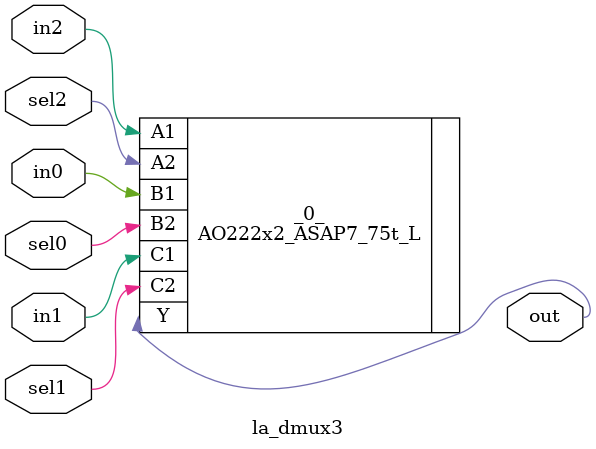
<source format=v>

/* Generated by Yosys 0.44 (git sha1 80ba43d26, g++ 11.4.0-1ubuntu1~22.04 -fPIC -O3) */

(* top =  1  *)
(* src = "inputs/la_dmux3.v:10.1-24.10" *)
module la_dmux3 (
    sel0,
    sel1,
    sel2,
    in0,
    in1,
    in2,
    out
);
  (* src = "inputs/la_dmux3.v:16.12-16.15" *)
  input in0;
  wire in0;
  (* src = "inputs/la_dmux3.v:17.12-17.15" *)
  input in1;
  wire in1;
  (* src = "inputs/la_dmux3.v:18.12-18.15" *)
  input in2;
  wire in2;
  (* src = "inputs/la_dmux3.v:19.12-19.15" *)
  output out;
  wire out;
  (* src = "inputs/la_dmux3.v:13.12-13.16" *)
  input sel0;
  wire sel0;
  (* src = "inputs/la_dmux3.v:14.12-14.16" *)
  input sel1;
  wire sel1;
  (* src = "inputs/la_dmux3.v:15.12-15.16" *)
  input sel2;
  wire sel2;
  AO222x2_ASAP7_75t_L _0_ (
      .A1(in2),
      .A2(sel2),
      .B1(in0),
      .B2(sel0),
      .C1(in1),
      .C2(sel1),
      .Y (out)
  );
endmodule

</source>
